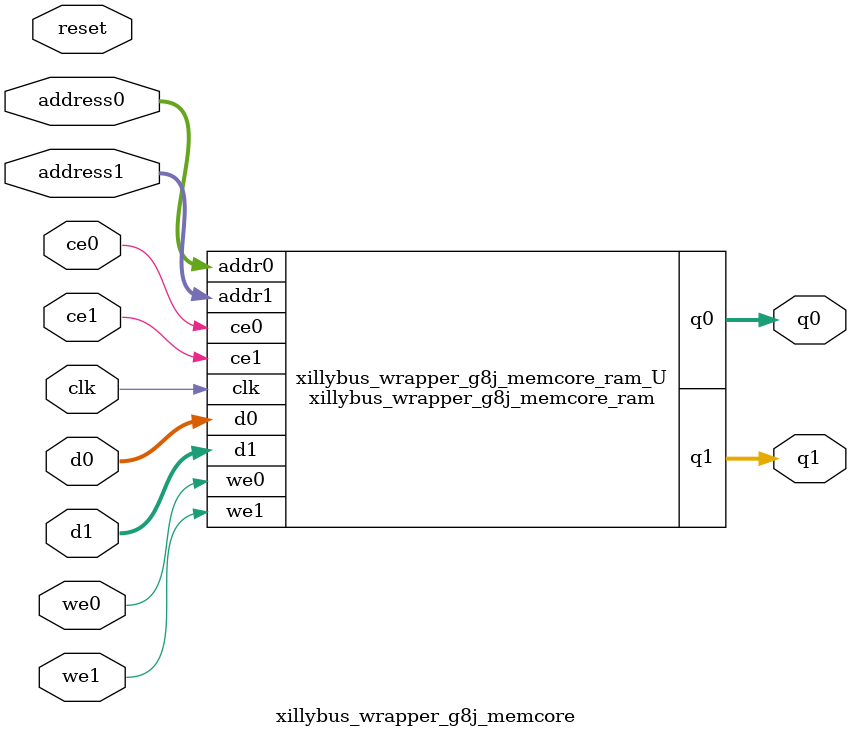
<source format=v>

`timescale 1 ns / 1 ps
module xillybus_wrapper_g8j_memcore_ram (addr0, ce0, d0, we0, q0, addr1, ce1, d1, we1, q1,  clk);

parameter DWIDTH = 8;
parameter AWIDTH = 12;
parameter MEM_SIZE = 4096;

input[AWIDTH-1:0] addr0;
input ce0;
input[DWIDTH-1:0] d0;
input we0;
output reg[DWIDTH-1:0] q0;
input[AWIDTH-1:0] addr1;
input ce1;
input[DWIDTH-1:0] d1;
input we1;
output reg[DWIDTH-1:0] q1;
input clk;

(* ram_style = "block" *)reg [DWIDTH-1:0] ram[0:MEM_SIZE-1];




always @(posedge clk)  
begin 
    if (ce0) 
    begin
        if (we0) 
        begin 
            ram[addr0] <= d0; 
            q0 <= d0;
        end 
        else 
            q0 <= ram[addr0];
    end
end


always @(posedge clk)  
begin 
    if (ce1) 
    begin
        if (we1) 
        begin 
            ram[addr1] <= d1; 
            q1 <= d1;
        end 
        else 
            q1 <= ram[addr1];
    end
end


endmodule


`timescale 1 ns / 1 ps
module xillybus_wrapper_g8j_memcore(
    reset,
    clk,
    address0,
    ce0,
    we0,
    d0,
    q0,
    address1,
    ce1,
    we1,
    d1,
    q1);

parameter DataWidth = 32'd8;
parameter AddressRange = 32'd4096;
parameter AddressWidth = 32'd12;
input reset;
input clk;
input[AddressWidth - 1:0] address0;
input ce0;
input we0;
input[DataWidth - 1:0] d0;
output[DataWidth - 1:0] q0;
input[AddressWidth - 1:0] address1;
input ce1;
input we1;
input[DataWidth - 1:0] d1;
output[DataWidth - 1:0] q1;



xillybus_wrapper_g8j_memcore_ram xillybus_wrapper_g8j_memcore_ram_U(
    .clk( clk ),
    .addr0( address0 ),
    .ce0( ce0 ),
    .d0( d0 ),
    .we0( we0 ),
    .q0( q0 ),
    .addr1( address1 ),
    .ce1( ce1 ),
    .d1( d1 ),
    .we1( we1 ),
    .q1( q1 ));

endmodule


</source>
